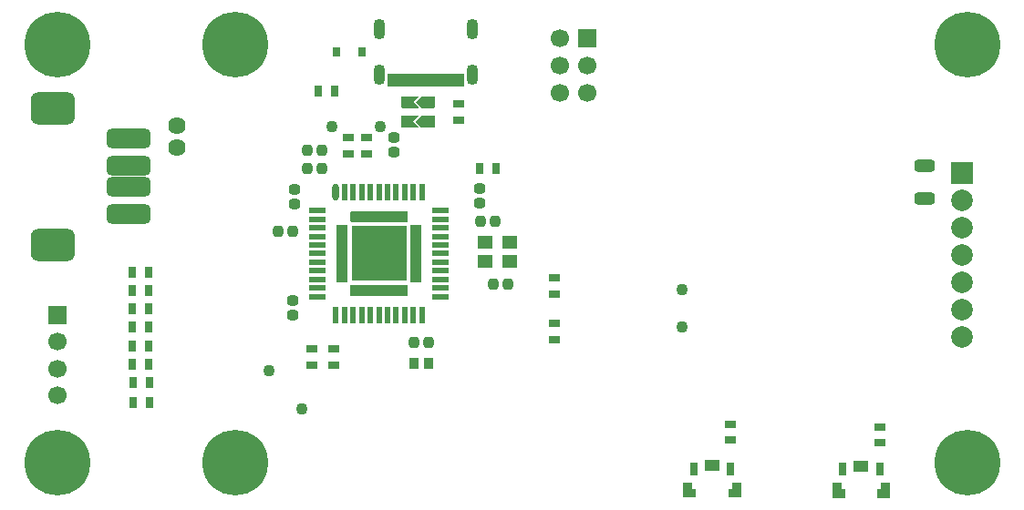
<source format=gbs>
G04*
G04 #@! TF.GenerationSoftware,Altium Limited,Altium Designer,24.2.2 (26)*
G04*
G04 Layer_Color=16711935*
%FSLAX43Y43*%
%MOMM*%
G71*
G04*
G04 #@! TF.SameCoordinates,8CC7AA04-EDAA-4120-BC56-05CF8BE8917F*
G04*
G04*
G04 #@! TF.FilePolarity,Negative*
G04*
G01*
G75*
%ADD14R,1.100X0.800*%
%ADD15R,0.700X0.900*%
G04:AMPARAMS|DCode=17|XSize=1.9mm|YSize=1.15mm|CornerRadius=0.313mm|HoleSize=0mm|Usage=FLASHONLY|Rotation=180.000|XOffset=0mm|YOffset=0mm|HoleType=Round|Shape=RoundedRectangle|*
%AMROUNDEDRECTD17*
21,1,1.900,0.525,0,0,180.0*
21,1,1.275,1.150,0,0,180.0*
1,1,0.625,-0.638,0.263*
1,1,0.625,0.638,0.263*
1,1,0.625,0.638,-0.263*
1,1,0.625,-0.638,-0.263*
%
%ADD17ROUNDEDRECTD17*%
%ADD19C,1.700*%
%ADD20R,1.700X1.700*%
G04:AMPARAMS|DCode=21|XSize=1.8mm|YSize=4.1mm|CornerRadius=0.475mm|HoleSize=0mm|Usage=FLASHONLY|Rotation=270.000|XOffset=0mm|YOffset=0mm|HoleType=Round|Shape=RoundedRectangle|*
%AMROUNDEDRECTD21*
21,1,1.800,3.150,0,0,270.0*
21,1,0.850,4.100,0,0,270.0*
1,1,0.950,-1.575,-0.425*
1,1,0.950,-1.575,0.425*
1,1,0.950,1.575,0.425*
1,1,0.950,1.575,-0.425*
%
%ADD21ROUNDEDRECTD21*%
G04:AMPARAMS|DCode=22|XSize=4.1mm|YSize=3.1mm|CornerRadius=0.8mm|HoleSize=0mm|Usage=FLASHONLY|Rotation=0.000|XOffset=0mm|YOffset=0mm|HoleType=Round|Shape=RoundedRectangle|*
%AMROUNDEDRECTD22*
21,1,4.100,1.500,0,0,0.0*
21,1,2.500,3.100,0,0,0.0*
1,1,1.600,1.250,-0.750*
1,1,1.600,-1.250,-0.750*
1,1,1.600,-1.250,0.750*
1,1,1.600,1.250,0.750*
%
%ADD22ROUNDEDRECTD22*%
%ADD23C,1.624*%
%ADD24C,6.100*%
%ADD25C,2.000*%
%ADD26R,2.000X2.000*%
%ADD27C,0.100*%
%ADD28C,1.100*%
%ADD29O,1.100X1.900*%
%ADD68R,7.100X1.260*%
%ADD69R,1.012X5.100*%
%ADD70R,5.100X1.012*%
%ADD71R,0.800X1.300*%
%ADD72R,1.400X1.100*%
%ADD73R,0.400X1.250*%
%ADD74R,0.700X1.250*%
%ADD75R,0.800X1.100*%
%ADD76R,1.100X1.100*%
G04:AMPARAMS|DCode=77|XSize=1.05mm|YSize=0.95mm|CornerRadius=0.263mm|HoleSize=0mm|Usage=FLASHONLY|Rotation=180.000|XOffset=0mm|YOffset=0mm|HoleType=Round|Shape=RoundedRectangle|*
%AMROUNDEDRECTD77*
21,1,1.050,0.425,0,0,180.0*
21,1,0.525,0.950,0,0,180.0*
1,1,0.525,-0.263,0.213*
1,1,0.525,0.263,0.213*
1,1,0.525,0.263,-0.213*
1,1,0.525,-0.263,-0.213*
%
%ADD77ROUNDEDRECTD77*%
G04:AMPARAMS|DCode=78|XSize=1.05mm|YSize=0.95mm|CornerRadius=0.263mm|HoleSize=0mm|Usage=FLASHONLY|Rotation=270.000|XOffset=0mm|YOffset=0mm|HoleType=Round|Shape=RoundedRectangle|*
%AMROUNDEDRECTD78*
21,1,1.050,0.425,0,0,270.0*
21,1,0.525,0.950,0,0,270.0*
1,1,0.525,-0.213,-0.263*
1,1,0.525,-0.213,0.263*
1,1,0.525,0.213,0.263*
1,1,0.525,0.213,-0.263*
%
%ADD78ROUNDEDRECTD78*%
%ADD79R,1.400X1.200*%
%ADD80R,0.950X1.050*%
%ADD81R,1.600X0.600*%
%ADD82O,0.600X1.600*%
%ADD83R,0.600X1.600*%
%ADD84R,5.100X5.100*%
%ADD85R,1.000X0.400*%
%ADD86R,0.400X1.000*%
%ADD87O,0.400X1.000*%
G36*
X39010Y39249D02*
X39019Y39246D01*
X39028Y39242D01*
X39036Y39236D01*
X39042Y39228D01*
X39046Y39219D01*
X39049Y39210D01*
X39050Y39200D01*
Y38200D01*
X39049Y38190D01*
X39046Y38181D01*
X39042Y38172D01*
X39036Y38164D01*
X39028Y38158D01*
X39019Y38154D01*
X39010Y38151D01*
X39000Y38150D01*
X37800Y38150D01*
X37800Y38150D01*
X37790Y38151D01*
X37781Y38154D01*
X37772Y38158D01*
X37764Y38164D01*
X37264Y38664D01*
X37258Y38672D01*
X37254Y38681D01*
X37251Y38690D01*
X37250Y38700D01*
X37251Y38710D01*
X37254Y38719D01*
X37258Y38728D01*
X37264Y38736D01*
X37764Y39236D01*
X37772Y39242D01*
X37781Y39246D01*
X37783Y39247D01*
X37790Y39249D01*
X37795Y39250D01*
X37800Y39250D01*
X37800Y39250D01*
X39000Y39250D01*
X39010Y39249D01*
D02*
G37*
G36*
X37505Y39250D02*
X37510Y39249D01*
X37517Y39247D01*
X37519Y39246D01*
X37528Y39242D01*
X37536Y39236D01*
X37542Y39228D01*
X37546Y39219D01*
X37547Y39217D01*
X37549Y39210D01*
X37550Y39205D01*
X37550Y39200D01*
X37550Y39195D01*
X37549Y39190D01*
X37547Y39183D01*
X37546Y39181D01*
X37542Y39172D01*
X37536Y39164D01*
X37071Y38700D01*
X37536Y38236D01*
X37536Y38236D01*
X37538Y38232D01*
X37542Y38228D01*
X37546Y38219D01*
X37549Y38210D01*
X37549Y38209D01*
X37550Y38200D01*
X37549Y38190D01*
X37546Y38181D01*
X37542Y38172D01*
X37536Y38164D01*
X37528Y38158D01*
X37519Y38154D01*
X37510Y38151D01*
X37500Y38150D01*
X37500Y38150D01*
X36000D01*
X35990Y38151D01*
X35981Y38154D01*
X35972Y38158D01*
X35964Y38164D01*
X35958Y38172D01*
X35954Y38181D01*
X35951Y38190D01*
X35950Y38200D01*
Y39200D01*
X35951Y39210D01*
X35954Y39219D01*
X35958Y39228D01*
X35964Y39236D01*
X35972Y39242D01*
X35981Y39246D01*
X35990Y39249D01*
X36000Y39250D01*
X37500D01*
X37500Y39250D01*
X37505Y39250D01*
D02*
G37*
G36*
X37800Y37450D02*
X39000D01*
X39010Y37449D01*
X39019Y37446D01*
X39028Y37442D01*
X39036Y37436D01*
X39042Y37428D01*
X39046Y37419D01*
X39049Y37410D01*
X39050Y37400D01*
Y36400D01*
X39049Y36390D01*
X39046Y36381D01*
X39042Y36372D01*
X39036Y36364D01*
X39028Y36358D01*
X39019Y36354D01*
X39010Y36351D01*
X39000Y36350D01*
X37800Y36350D01*
X37800Y36350D01*
X37790Y36351D01*
X37781Y36354D01*
X37772Y36358D01*
X37768Y36362D01*
X37764Y36364D01*
X37764Y36364D01*
X37264Y36864D01*
X37258Y36872D01*
X37254Y36881D01*
X37251Y36890D01*
X37250Y36900D01*
X37251Y36910D01*
X37254Y36919D01*
X37258Y36928D01*
X37264Y36936D01*
X37764Y37436D01*
X37772Y37442D01*
X37781Y37446D01*
X37783Y37447D01*
X37790Y37449D01*
X37795Y37450D01*
X37800Y37450D01*
X37800Y37450D01*
D02*
G37*
G36*
X37505Y37450D02*
X37510Y37449D01*
X37517Y37447D01*
X37519Y37446D01*
X37528Y37442D01*
X37536Y37436D01*
X37542Y37428D01*
X37546Y37419D01*
X37547Y37417D01*
X37549Y37410D01*
X37550Y37405D01*
X37550Y37400D01*
X37550Y37395D01*
X37549Y37390D01*
X37547Y37383D01*
X37546Y37381D01*
X37542Y37372D01*
X37536Y37364D01*
X37071Y36900D01*
X37536Y36436D01*
X37542Y36428D01*
X37546Y36419D01*
X37549Y36410D01*
X37550Y36400D01*
X37549Y36390D01*
X37546Y36381D01*
X37542Y36372D01*
X37536Y36364D01*
X37528Y36358D01*
X37519Y36354D01*
X37510Y36351D01*
X37500Y36350D01*
X37500Y36350D01*
X36000D01*
X35990Y36351D01*
X35981Y36354D01*
X35972Y36358D01*
X35964Y36364D01*
X35958Y36372D01*
X35954Y36381D01*
X35951Y36390D01*
X35950Y36400D01*
X35950Y37400D01*
X35951Y37410D01*
X35954Y37419D01*
X35958Y37428D01*
X35964Y37436D01*
X35972Y37442D01*
X35981Y37446D01*
X35990Y37449D01*
X36000Y37450D01*
X37500Y37450D01*
X37500Y37450D01*
X37505Y37450D01*
D02*
G37*
G36*
X62910Y3349D02*
X62919Y3346D01*
X62928Y3342D01*
X62936Y3336D01*
X62942Y3328D01*
X62946Y3319D01*
X62949Y3310D01*
X62950Y3300D01*
Y2750D01*
X63250D01*
X63260Y2749D01*
X63269Y2746D01*
X63278Y2742D01*
X63286Y2736D01*
X63292Y2728D01*
X63296Y2719D01*
X63299Y2710D01*
X63300Y2700D01*
Y2000D01*
X63299Y1990D01*
X63296Y1981D01*
X63292Y1972D01*
X63286Y1964D01*
X63278Y1958D01*
X63269Y1954D01*
X63260Y1951D01*
X63250Y1950D01*
X62150D01*
X62140Y1951D01*
X62131Y1954D01*
X62122Y1958D01*
X62114Y1964D01*
X62108Y1972D01*
X62104Y1981D01*
X62101Y1990D01*
X62100Y2000D01*
Y3300D01*
X62101Y3310D01*
X62104Y3319D01*
X62108Y3328D01*
X62114Y3336D01*
X62122Y3342D01*
X62131Y3346D01*
X62140Y3349D01*
X62150Y3350D01*
X62900D01*
X62910Y3349D01*
D02*
G37*
G36*
X67460D02*
X67469Y3346D01*
X67478Y3342D01*
X67486Y3336D01*
X67492Y3328D01*
X67496Y3319D01*
X67499Y3310D01*
X67500Y3300D01*
Y2000D01*
X67499Y1990D01*
X67496Y1981D01*
X67492Y1972D01*
X67486Y1964D01*
X67478Y1958D01*
X67469Y1954D01*
X67460Y1951D01*
X67450Y1950D01*
X66350D01*
X66340Y1951D01*
X66331Y1954D01*
X66322Y1958D01*
X66314Y1964D01*
X66308Y1972D01*
X66304Y1981D01*
X66301Y1990D01*
X66300Y2000D01*
Y2700D01*
X66301Y2710D01*
X66304Y2719D01*
X66308Y2728D01*
X66314Y2736D01*
X66322Y2742D01*
X66331Y2746D01*
X66340Y2749D01*
X66350Y2750D01*
X66650D01*
Y3300D01*
X66651Y3310D01*
X66654Y3319D01*
X66658Y3328D01*
X66664Y3336D01*
X66672Y3342D01*
X66681Y3346D01*
X66690Y3349D01*
X66700Y3350D01*
X67450D01*
X67460Y3349D01*
D02*
G37*
G36*
X76760Y3299D02*
X76769Y3296D01*
X76778Y3292D01*
X76786Y3286D01*
X76792Y3278D01*
X76796Y3269D01*
X76799Y3260D01*
X76800Y3250D01*
Y2700D01*
X77100D01*
X77110Y2699D01*
X77119Y2696D01*
X77128Y2692D01*
X77136Y2686D01*
X77142Y2678D01*
X77146Y2669D01*
X77149Y2660D01*
X77150Y2650D01*
Y1950D01*
X77149Y1940D01*
X77146Y1931D01*
X77142Y1922D01*
X77136Y1914D01*
X77128Y1908D01*
X77119Y1904D01*
X77110Y1901D01*
X77100Y1900D01*
X76000D01*
X75990Y1901D01*
X75981Y1904D01*
X75972Y1908D01*
X75964Y1914D01*
X75958Y1922D01*
X75954Y1931D01*
X75951Y1940D01*
X75950Y1950D01*
Y3250D01*
X75951Y3260D01*
X75954Y3269D01*
X75958Y3278D01*
X75964Y3286D01*
X75972Y3292D01*
X75981Y3296D01*
X75990Y3299D01*
X76000Y3300D01*
X76750D01*
X76760Y3299D01*
D02*
G37*
G36*
X81310D02*
X81319Y3296D01*
X81328Y3292D01*
X81336Y3286D01*
X81342Y3278D01*
X81346Y3269D01*
X81349Y3260D01*
X81350Y3250D01*
Y1950D01*
X81349Y1940D01*
X81346Y1931D01*
X81342Y1922D01*
X81336Y1914D01*
X81328Y1908D01*
X81319Y1904D01*
X81310Y1901D01*
X81300Y1900D01*
X80200D01*
X80190Y1901D01*
X80181Y1904D01*
X80172Y1908D01*
X80164Y1914D01*
X80158Y1922D01*
X80154Y1931D01*
X80151Y1940D01*
X80150Y1950D01*
Y2650D01*
X80151Y2660D01*
X80154Y2669D01*
X80158Y2678D01*
X80164Y2686D01*
X80172Y2692D01*
X80181Y2696D01*
X80190Y2699D01*
X80200Y2700D01*
X80500D01*
Y3250D01*
X80501Y3260D01*
X80504Y3269D01*
X80508Y3278D01*
X80514Y3286D01*
X80522Y3292D01*
X80531Y3296D01*
X80540Y3299D01*
X80550Y3300D01*
X81300D01*
X81310Y3299D01*
D02*
G37*
D14*
X80400Y8500D02*
D03*
Y7000D02*
D03*
X66500Y8750D02*
D03*
Y7250D02*
D03*
X31000Y35400D02*
D03*
Y33900D02*
D03*
X32700Y35400D02*
D03*
Y33900D02*
D03*
X41300Y37050D02*
D03*
Y38550D02*
D03*
X50200Y18100D02*
D03*
Y16600D02*
D03*
Y20850D02*
D03*
Y22350D02*
D03*
X29700Y15750D02*
D03*
Y14250D02*
D03*
X27600Y15750D02*
D03*
Y14250D02*
D03*
D15*
X29950Y43400D02*
D03*
X32300D02*
D03*
D17*
X84500Y32800D02*
D03*
Y29750D02*
D03*
D19*
X50660Y42100D02*
D03*
Y39560D02*
D03*
X53200Y42100D02*
D03*
Y39560D02*
D03*
X50660Y44640D02*
D03*
X4000Y16400D02*
D03*
Y13900D02*
D03*
Y11400D02*
D03*
D20*
X53200Y44640D02*
D03*
X4000Y18900D02*
D03*
D21*
X10625Y28300D02*
D03*
Y30800D02*
D03*
Y32800D02*
D03*
Y35300D02*
D03*
D22*
X3575Y38150D02*
D03*
Y25450D02*
D03*
D23*
X15100Y36500D02*
D03*
Y34500D02*
D03*
D24*
X20500Y5200D02*
D03*
Y44000D02*
D03*
X88500Y5200D02*
D03*
Y44000D02*
D03*
X4000Y5200D02*
D03*
X4000Y44000D02*
D03*
D25*
X88000Y27040D02*
D03*
X88000Y29580D02*
D03*
Y24500D02*
D03*
Y21960D02*
D03*
Y19420D02*
D03*
Y16880D02*
D03*
D26*
Y32120D02*
D03*
D27*
X77800Y3250D02*
D03*
X79500D02*
D03*
X63950Y3300D02*
D03*
X65650D02*
D03*
X35360Y41775D02*
D03*
X41140D02*
D03*
D28*
X62000Y17750D02*
D03*
X62000Y21300D02*
D03*
X29500Y36400D02*
D03*
X34000Y36400D02*
D03*
X23700Y13700D02*
D03*
X26700Y10200D02*
D03*
D29*
X33930Y45455D02*
D03*
Y41275D02*
D03*
X42570Y45455D02*
D03*
Y41275D02*
D03*
D68*
X38250Y40701D02*
D03*
D69*
X37266Y24528D02*
D03*
X30472Y24689D02*
D03*
D70*
X33788Y21211D02*
D03*
X33950Y28006D02*
D03*
D71*
X80350Y4550D02*
D03*
X76950D02*
D03*
X66500Y4600D02*
D03*
X63100D02*
D03*
D72*
X78650Y4850D02*
D03*
X64800Y4900D02*
D03*
D73*
X39500Y40700D02*
D03*
X38500D02*
D03*
X38000D02*
D03*
X37000D02*
D03*
X40000D02*
D03*
X36500D02*
D03*
X39000D02*
D03*
X37500D02*
D03*
D74*
X35050D02*
D03*
X41450D02*
D03*
X40650D02*
D03*
X35850D02*
D03*
D75*
X28250Y39700D02*
D03*
X29750D02*
D03*
X43250Y32500D02*
D03*
X44750D02*
D03*
X11000Y22900D02*
D03*
X12500Y22900D02*
D03*
X11000Y21183D02*
D03*
X12500D02*
D03*
X11000Y19467D02*
D03*
X12500D02*
D03*
X11000Y17750D02*
D03*
X12500D02*
D03*
X11000Y16033D02*
D03*
X12500D02*
D03*
X11050Y12600D02*
D03*
X12550D02*
D03*
X11000Y14317D02*
D03*
X12500D02*
D03*
X11050Y10800D02*
D03*
X12550D02*
D03*
D76*
X36500Y38700D02*
D03*
X38500D02*
D03*
X36500Y36900D02*
D03*
X38500Y36900D02*
D03*
D77*
X35300Y34025D02*
D03*
Y35375D02*
D03*
X43250Y29325D02*
D03*
Y30675D02*
D03*
X26000Y29225D02*
D03*
Y30575D02*
D03*
X25850Y20250D02*
D03*
Y18900D02*
D03*
D78*
X44656Y27649D02*
D03*
X43306D02*
D03*
X38500Y16325D02*
D03*
X37150D02*
D03*
X45858Y21780D02*
D03*
X44508D02*
D03*
X28575Y34200D02*
D03*
X27225D02*
D03*
X28575Y32500D02*
D03*
X27225D02*
D03*
X25900Y26700D02*
D03*
X24550D02*
D03*
D79*
X43750Y25650D02*
D03*
Y23850D02*
D03*
X46050D02*
D03*
Y25650D02*
D03*
D80*
X37125Y14425D02*
D03*
X38475D02*
D03*
D81*
X28119Y28609D02*
D03*
X39619D02*
D03*
Y27809D02*
D03*
Y27009D02*
D03*
Y26209D02*
D03*
Y25409D02*
D03*
Y24609D02*
D03*
Y23809D02*
D03*
Y23009D02*
D03*
Y22209D02*
D03*
Y21409D02*
D03*
Y20609D02*
D03*
X28119D02*
D03*
Y21409D02*
D03*
Y22209D02*
D03*
Y23009D02*
D03*
Y23809D02*
D03*
X28119Y24609D02*
D03*
Y25409D02*
D03*
X28119Y26209D02*
D03*
Y27009D02*
D03*
X28119Y27809D02*
D03*
D82*
X29869Y30359D02*
D03*
D83*
X30669D02*
D03*
X31469D02*
D03*
X32269D02*
D03*
X33069D02*
D03*
X33869D02*
D03*
X34669D02*
D03*
X35469D02*
D03*
X36269D02*
D03*
X37069D02*
D03*
X37869D02*
D03*
X37869Y18859D02*
D03*
X37069D02*
D03*
X36269Y18859D02*
D03*
X35469D02*
D03*
X34669D02*
D03*
X33869D02*
D03*
X33069Y18859D02*
D03*
X32269D02*
D03*
X31469D02*
D03*
X30669D02*
D03*
X29869D02*
D03*
D84*
X33869Y24609D02*
D03*
D85*
X30469Y27109D02*
D03*
Y26609D02*
D03*
X30469Y26109D02*
D03*
Y25609D02*
D03*
Y25109D02*
D03*
Y24609D02*
D03*
X30469Y24109D02*
D03*
Y23609D02*
D03*
Y23109D02*
D03*
Y22609D02*
D03*
Y22109D02*
D03*
X37269Y22109D02*
D03*
Y22609D02*
D03*
Y23109D02*
D03*
Y23609D02*
D03*
Y24109D02*
D03*
Y24609D02*
D03*
Y25109D02*
D03*
Y25609D02*
D03*
Y26109D02*
D03*
Y26609D02*
D03*
Y27109D02*
D03*
D86*
X31369Y21209D02*
D03*
X31869D02*
D03*
X32369D02*
D03*
X32869D02*
D03*
X33369D02*
D03*
X33869D02*
D03*
X34369D02*
D03*
X34869D02*
D03*
X35369D02*
D03*
X35869Y21209D02*
D03*
X36369D02*
D03*
Y28009D02*
D03*
X35869D02*
D03*
X35369Y28009D02*
D03*
X34869D02*
D03*
X34369D02*
D03*
X33869D02*
D03*
X33369D02*
D03*
X32869D02*
D03*
X32369D02*
D03*
X31869D02*
D03*
D87*
X31369D02*
D03*
M02*

</source>
